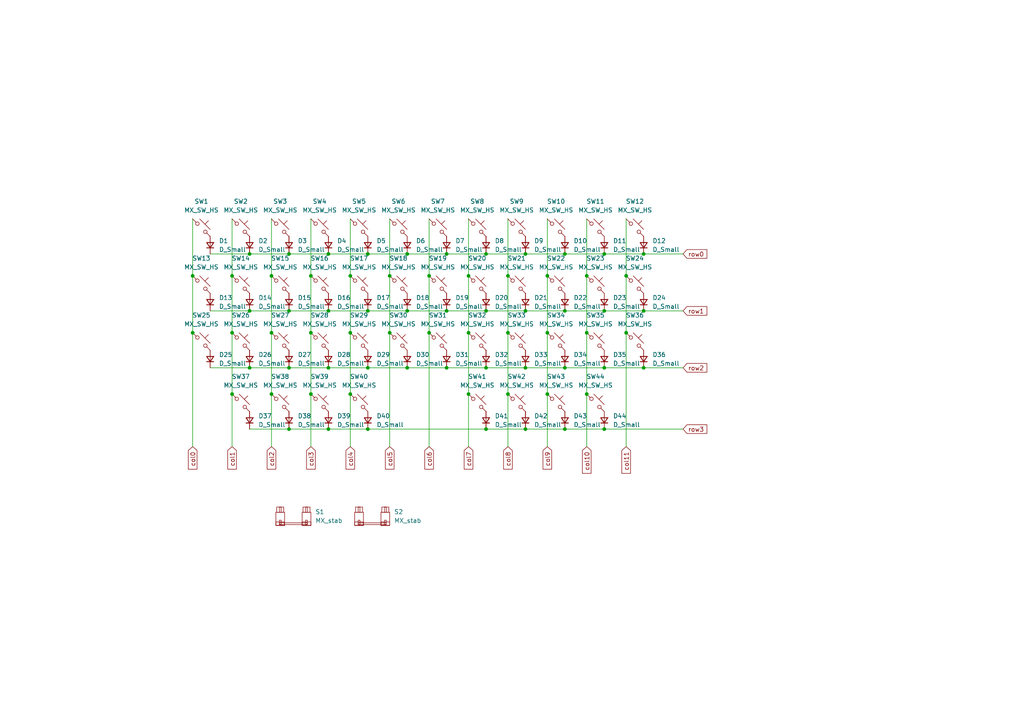
<source format=kicad_sch>
(kicad_sch (version 20231120) (generator "eeschema") (generator_version "8.0")
  (paper "A4")
  (lib_symbols
    (symbol "Device:D_Small" (pin_numbers hide) (pin_names (offset 0.254) hide)
      (property "Reference" "D" (at -1.27 2.032 0))
      (property "Value" "D_Small" (at -3.81 -2.032 0))
      (symbol "D_Small_0_1"
        (polyline (pts (xy -0.762 -1.016) (xy -0.762 1.016)) (stroke (width 0.254)))
        (polyline (pts (xy -0.762 0) (xy 0.762 0)))
        (polyline (pts (xy 0.762 -1.016) (xy -0.762 0) (xy 0.762 1.016) (xy 0.762 -1.016)) (stroke (width 0.254)))
      )
      (symbol "D_Small_1_1"
        (pin passive line (at -2.54 0 0) (length 1.778) (name "K") (number "1"))
        (pin passive line (at 2.54 0 180) (length 1.778) (name "A") (number "2"))
      )
    )
    (symbol "marbastlib-mx:MX_SW_HS_CPG151101S11" (pin_numbers hide) (pin_names (offset 1.016) hide)
      (property "Reference" "MX" (at 3.048 1.016 0))
      (property "Value" "MX_SW_HS" (at 0 -3.81 0))
      (symbol "MX_SW_HS_CPG151101S11_0_1"
        (circle (center -1.1684 1.1684) (radius 0.508))
        (polyline (pts (xy -0.508 2.54) (xy 2.54 -0.508)))
        (polyline (pts (xy 1.016 1.016) (xy 2.032 2.032)))
        (polyline (pts (xy -2.54 2.54) (xy -1.524 1.524) (xy -1.524 1.524)))
        (polyline (pts (xy 1.524 -1.524) (xy 2.54 -2.54) (xy 2.54 -2.54) (xy 2.54 -2.54)))
        (circle (center 1.143 -1.1938) (radius 0.508))
        (pin passive line (at -2.54 2.54 0) (length 0) (name "1") (number "1"))
        (pin passive line (at 2.54 -2.54 180) (length 0) (name "2") (number "2"))
      )
    )
    (symbol "marbastlib-mx:MX_stab" (pin_names (offset 1.016))
      (property "Reference" "S" (at -5.08 6.35 0))
      (property "Value" "MX_stab" (at -5.08 3.81 0))
      (symbol "MX_stab_0_1"
        (rectangle (start -5.08 -1.524) (end -2.54 -2.54))
        (rectangle (start -5.08 1.27) (end -2.54 -2.54))
        (rectangle (start -4.826 2.794) (end -2.794 1.27))
        (rectangle (start -4.064 -2.286) (end -3.556 -1.016))
        (rectangle (start -4.064 -1.778) (end 4.064 -2.286))
        (rectangle (start -4.064 1.27) (end -3.556 2.794))
        (rectangle (start 2.54 -1.524) (end 5.08 -2.54))
        (rectangle (start 2.54 1.27) (end 5.08 -2.54))
        (rectangle (start 2.794 2.794) (end 4.826 1.27))
        (rectangle (start 3.556 1.27) (end 4.064 2.794))
        (rectangle (start 4.064 -2.286) (end 3.556 -1.016))
      )
    )
  )
  (junction (at 101.6 80.01))
  (junction (at 95.25 90.17))
  (junction (at 163.83 124.46))
  (junction (at 78.74 96.52))
  (junction (at 147.32 114.3))
  (junction (at 83.82 106.68))
  (junction (at 118.11 73.66))
  (junction (at 72.39 90.17))
  (junction (at 147.32 96.52))
  (junction (at 175.26 73.66))
  (junction (at 147.32 80.01))
  (junction (at 106.68 106.68))
  (junction (at 163.83 73.66))
  (junction (at 95.25 73.66))
  (junction (at 72.39 106.68))
  (junction (at 129.54 90.17))
  (junction (at 124.46 96.52))
  (junction (at 55.88 96.52))
  (junction (at 186.69 73.66))
  (junction (at 67.31 80.01))
  (junction (at 158.75 80.01))
  (junction (at 90.17 114.3))
  (junction (at 186.69 106.68))
  (junction (at 90.17 80.01))
  (junction (at 135.89 80.01))
  (junction (at 152.4 73.66))
  (junction (at 124.46 80.01))
  (junction (at 113.03 80.01))
  (junction (at 175.26 106.68))
  (junction (at 83.82 124.46))
  (junction (at 95.25 124.46))
  (junction (at 78.74 80.01))
  (junction (at 101.6 114.3))
  (junction (at 135.89 96.52))
  (junction (at 181.61 96.52))
  (junction (at 163.83 90.17))
  (junction (at 170.18 114.3))
  (junction (at 67.31 114.3))
  (junction (at 140.97 90.17))
  (junction (at 83.82 73.66))
  (junction (at 135.89 114.3))
  (junction (at 186.69 90.17))
  (junction (at 72.39 73.66))
  (junction (at 78.74 114.3))
  (junction (at 175.26 90.17))
  (junction (at 67.31 96.52))
  (junction (at 140.97 73.66))
  (junction (at 158.75 96.52))
  (junction (at 170.18 80.01))
  (junction (at 106.68 124.46))
  (junction (at 106.68 73.66))
  (junction (at 152.4 106.68))
  (junction (at 95.25 106.68))
  (junction (at 129.54 106.68))
  (junction (at 140.97 106.68))
  (junction (at 170.18 96.52))
  (junction (at 152.4 90.17))
  (junction (at 118.11 90.17))
  (junction (at 83.82 90.17))
  (junction (at 129.54 73.66))
  (junction (at 175.26 124.46))
  (junction (at 101.6 96.52))
  (junction (at 113.03 96.52))
  (junction (at 152.4 124.46))
  (junction (at 158.75 114.3))
  (junction (at 118.11 106.68))
  (junction (at 163.83 106.68))
  (junction (at 90.17 96.52))
  (junction (at 106.68 90.17))
  (junction (at 181.61 80.01))
  (junction (at 140.97 124.46))
  (junction (at 55.88 80.01))
  (wire (pts (xy 147.32 114.3) (xy 147.32 129.54)))
  (wire (pts (xy 55.88 96.52) (xy 55.88 129.54)))
  (wire (pts (xy 55.88 80.01) (xy 55.88 96.52)))
  (wire (pts (xy 78.74 63.5) (xy 78.74 80.01)))
  (wire (pts (xy 101.6 63.5) (xy 101.6 80.01)))
  (wire (pts (xy 118.11 106.68) (xy 129.54 106.68)))
  (wire (pts (xy 170.18 80.01) (xy 170.18 96.52)))
  (wire (pts (xy 83.82 124.46) (xy 95.25 124.46)))
  (wire (pts (xy 101.6 96.52) (xy 101.6 114.3)))
  (wire (pts (xy 101.6 80.01) (xy 101.6 96.52)))
  (wire (pts (xy 60.96 106.68) (xy 72.39 106.68)))
  (wire (pts (xy 118.11 90.17) (xy 129.54 90.17)))
  (wire (pts (xy 140.97 73.66) (xy 152.4 73.66)))
  (wire (pts (xy 72.39 106.68) (xy 83.82 106.68)))
  (wire (pts (xy 106.68 124.46) (xy 140.97 124.46)))
  (wire (pts (xy 163.83 90.17) (xy 175.26 90.17)))
  (wire (pts (xy 113.03 96.52) (xy 113.03 129.54)))
  (wire (pts (xy 55.88 63.5) (xy 55.88 80.01)))
  (wire (pts (xy 170.18 63.5) (xy 170.18 80.01)))
  (wire (pts (xy 163.83 106.68) (xy 175.26 106.68)))
  (wire (pts (xy 152.4 90.17) (xy 163.83 90.17)))
  (wire (pts (xy 163.83 73.66) (xy 175.26 73.66)))
  (wire (pts (xy 140.97 124.46) (xy 152.4 124.46)))
  (wire (pts (xy 170.18 114.3) (xy 170.18 129.54)))
  (wire (pts (xy 118.11 73.66) (xy 129.54 73.66)))
  (wire (pts (xy 67.31 114.3) (xy 67.31 129.54)))
  (wire (pts (xy 95.25 124.46) (xy 106.68 124.46)))
  (wire (pts (xy 72.39 73.66) (xy 83.82 73.66)))
  (wire (pts (xy 129.54 90.17) (xy 140.97 90.17)))
  (wire (pts (xy 90.17 96.52) (xy 90.17 114.3)))
  (wire (pts (xy 152.4 73.66) (xy 163.83 73.66)))
  (wire (pts (xy 175.26 73.66) (xy 186.69 73.66)))
  (wire (pts (xy 90.17 63.5) (xy 90.17 80.01)))
  (wire (pts (xy 90.17 80.01) (xy 90.17 96.52)))
  (wire (pts (xy 78.74 96.52) (xy 78.74 114.3)))
  (wire (pts (xy 129.54 106.68) (xy 140.97 106.68)))
  (wire (pts (xy 186.69 90.17) (xy 198.12 90.17)))
  (wire (pts (xy 147.32 96.52) (xy 147.32 114.3)))
  (wire (pts (xy 135.89 80.01) (xy 135.89 96.52)))
  (wire (pts (xy 83.82 106.68) (xy 95.25 106.68)))
  (wire (pts (xy 83.82 73.66) (xy 95.25 73.66)))
  (wire (pts (xy 67.31 96.52) (xy 67.31 114.3)))
  (wire (pts (xy 175.26 90.17) (xy 186.69 90.17)))
  (wire (pts (xy 101.6 114.3) (xy 101.6 129.54)))
  (wire (pts (xy 124.46 96.52) (xy 124.46 129.54)))
  (wire (pts (xy 106.68 90.17) (xy 118.11 90.17)))
  (wire (pts (xy 186.69 106.68) (xy 198.12 106.68)))
  (wire (pts (xy 113.03 80.01) (xy 113.03 96.52)))
  (wire (pts (xy 135.89 114.3) (xy 135.89 129.54)))
  (wire (pts (xy 181.61 96.52) (xy 181.61 129.54)))
  (wire (pts (xy 181.61 80.01) (xy 181.61 96.52)))
  (wire (pts (xy 72.39 124.46) (xy 83.82 124.46)))
  (wire (pts (xy 67.31 63.5) (xy 67.31 80.01)))
  (wire (pts (xy 72.39 90.17) (xy 83.82 90.17)))
  (wire (pts (xy 147.32 63.5) (xy 147.32 80.01)))
  (wire (pts (xy 90.17 114.3) (xy 90.17 129.54)))
  (wire (pts (xy 147.32 80.01) (xy 147.32 96.52)))
  (wire (pts (xy 140.97 90.17) (xy 152.4 90.17)))
  (wire (pts (xy 158.75 63.5) (xy 158.75 80.01)))
  (wire (pts (xy 163.83 124.46) (xy 175.26 124.46)))
  (wire (pts (xy 135.89 96.52) (xy 135.89 114.3)))
  (wire (pts (xy 140.97 106.68) (xy 152.4 106.68)))
  (wire (pts (xy 129.54 73.66) (xy 140.97 73.66)))
  (wire (pts (xy 67.31 80.01) (xy 67.31 96.52)))
  (wire (pts (xy 152.4 106.68) (xy 163.83 106.68)))
  (wire (pts (xy 60.96 73.66) (xy 72.39 73.66)))
  (wire (pts (xy 113.03 63.5) (xy 113.03 80.01)))
  (wire (pts (xy 95.25 73.66) (xy 106.68 73.66)))
  (wire (pts (xy 95.25 106.68) (xy 106.68 106.68)))
  (wire (pts (xy 135.89 63.5) (xy 135.89 80.01)))
  (wire (pts (xy 181.61 63.5) (xy 181.61 80.01)))
  (wire (pts (xy 78.74 80.01) (xy 78.74 96.52)))
  (wire (pts (xy 60.96 90.17) (xy 72.39 90.17)))
  (wire (pts (xy 95.25 90.17) (xy 106.68 90.17)))
  (wire (pts (xy 152.4 124.46) (xy 163.83 124.46)))
  (wire (pts (xy 106.68 106.68) (xy 118.11 106.68)))
  (wire (pts (xy 106.68 73.66) (xy 118.11 73.66)))
  (wire (pts (xy 124.46 63.5) (xy 124.46 80.01)))
  (wire (pts (xy 158.75 114.3) (xy 158.75 129.54)))
  (wire (pts (xy 83.82 90.17) (xy 95.25 90.17)))
  (wire (pts (xy 170.18 96.52) (xy 170.18 114.3)))
  (wire (pts (xy 158.75 96.52) (xy 158.75 114.3)))
  (wire (pts (xy 186.69 73.66) (xy 198.12 73.66)))
  (wire (pts (xy 175.26 106.68) (xy 186.69 106.68)))
  (wire (pts (xy 124.46 80.01) (xy 124.46 96.52)))
  (wire (pts (xy 175.26 124.46) (xy 198.12 124.46)))
  (wire (pts (xy 78.74 114.3) (xy 78.74 129.54)))
  (wire (pts (xy 158.75 80.01) (xy 158.75 96.52)))
  (global_label "col9" (shape input) (at 158.75 129.54 270) (property "Intersheetrefs" "${INTERSHEET_REFS}" (effects (hide yes))))
  (global_label "row2" (shape input) (at 198.12 106.68 0) (property "Intersheetrefs" "${INTERSHEET_REFS}" (effects (hide yes))))
  (global_label "col2" (shape input) (at 78.74 129.54 270) (property "Intersheetrefs" "${INTERSHEET_REFS}" (effects (hide yes))))
  (global_label "col8" (shape input) (at 147.32 129.54 270) (property "Intersheetrefs" "${INTERSHEET_REFS}" (effects (hide yes))))
  (global_label "col1" (shape input) (at 67.31 129.54 270) (property "Intersheetrefs" "${INTERSHEET_REFS}" (effects (hide yes))))
  (global_label "row3" (shape input) (at 198.12 124.46 0) (property "Intersheetrefs" "${INTERSHEET_REFS}" (effects (hide yes))))
  (global_label "col6" (shape input) (at 124.46 129.54 270) (property "Intersheetrefs" "${INTERSHEET_REFS}" (effects (hide yes))))
  (global_label "row1" (shape input) (at 198.12 90.17 0) (property "Intersheetrefs" "${INTERSHEET_REFS}" (effects (hide yes))))
  (global_label "col10" (shape input) (at 170.18 129.54 270) (property "Intersheetrefs" "${INTERSHEET_REFS}" (effects (hide yes))))
  (global_label "col4" (shape input) (at 101.6 129.54 270) (property "Intersheetrefs" "${INTERSHEET_REFS}" (effects (hide yes))))
  (global_label "col11" (shape input) (at 181.61 129.54 270) (property "Intersheetrefs" "${INTERSHEET_REFS}" (effects (hide yes))))
  (global_label "col3" (shape input) (at 90.17 129.54 270) (property "Intersheetrefs" "${INTERSHEET_REFS}" (effects (hide yes))))
  (global_label "col5" (shape input) (at 113.03 129.54 270) (property "Intersheetrefs" "${INTERSHEET_REFS}" (effects (hide yes))))
  (global_label "col7" (shape input) (at 135.89 129.54 270) (property "Intersheetrefs" "${INTERSHEET_REFS}" (effects (hide yes))))
  (global_label "row0" (shape input) (at 198.12 73.66 0) (property "Intersheetrefs" "${INTERSHEET_REFS}" (effects (hide yes))))
  (global_label "col0" (shape input) (at 55.88 129.54 270) (property "Intersheetrefs" "${INTERSHEET_REFS}" (effects (hide yes))))
  (symbol (lib_id "Device:D_Small") (at 72.39 104.14 90) (unit 1)
    (property "Reference" "D26" (at 74.93 102.8699 90) (effects (justify right)))
    (property "Value" "D_Small" (at 74.93 105.4099 90) (effects (justify right)))
    (property "Footprint" "Keebio-Parts:D_SOD-323" (effects (hide yes)))
    (property "Description" "Diode, small symbol" (effects (hide yes)))
    (property "Sim.Device" "D" (effects (hide yes)))
    (property "Sim.Pins" "1=K 2=A" (effects (hide yes)))
  )
  (symbol (lib_id "marbastlib-mx:MX_SW_HS_CPG151101S11") (at 104.14 82.55 0) (unit 1)
    (property "Reference" "SW17" (at 104.14 74.93 0))
    (property "Value" "MX_SW_HS" (at 104.14 77.47 0))
    (property "Footprint" "marbastlib-mx:SW_MX_HS_CPG151101S11_1u" (effects (hide yes)))
    (property "Description" "Push button switch, normally open, two pins, 45° tilted, Kailh CPG151101S11 for Cherry MX style switches" (effects (hide yes)))
  )
  (symbol (lib_id "Device:D_Small") (at 95.25 87.63 90) (unit 1)
    (property "Reference" "D16" (at 97.79 86.3599 90) (effects (justify right)))
    (property "Value" "D_Small" (at 97.79 88.8999 90) (effects (justify right)))
    (property "Footprint" "Keebio-Parts:D_SOD-323" (effects (hide yes)))
    (property "Description" "Diode, small symbol" (effects (hide yes)))
    (property "Sim.Device" "D" (effects (hide yes)))
    (property "Sim.Pins" "1=K 2=A" (effects (hide yes)))
  )
  (symbol (lib_id "Device:D_Small") (at 129.54 104.14 90) (unit 1)
    (property "Reference" "D31" (at 132.08 102.8699 90) (effects (justify right)))
    (property "Value" "D_Small" (at 132.08 105.4099 90) (effects (justify right)))
    (property "Footprint" "Keebio-Parts:D_SOD-323" (effects (hide yes)))
    (property "Description" "Diode, small symbol" (effects (hide yes)))
    (property "Sim.Device" "D" (effects (hide yes)))
    (property "Sim.Pins" "1=K 2=A" (effects (hide yes)))
  )
  (symbol (lib_id "marbastlib-mx:MX_SW_HS_CPG151101S11") (at 69.85 99.06 0) (unit 1)
    (property "Reference" "SW26" (at 69.85 91.44 0))
    (property "Value" "MX_SW_HS" (at 69.85 93.98 0))
    (property "Footprint" "marbastlib-mx:SW_MX_HS_CPG151101S11_1u" (effects (hide yes)))
    (property "Description" "Push button switch, normally open, two pins, 45° tilted, Kailh CPG151101S11 for Cherry MX style switches" (effects (hide yes)))
  )
  (symbol (lib_id "Device:D_Small") (at 83.82 104.14 90) (unit 1)
    (property "Reference" "D27" (at 86.36 102.8699 90) (effects (justify right)))
    (property "Value" "D_Small" (at 86.36 105.4099 90) (effects (justify right)))
    (property "Footprint" "Keebio-Parts:D_SOD-323" (effects (hide yes)))
    (property "Description" "Diode, small symbol" (effects (hide yes)))
    (property "Sim.Device" "D" (effects (hide yes)))
    (property "Sim.Pins" "1=K 2=A" (effects (hide yes)))
  )
  (symbol (lib_id "marbastlib-mx:MX_SW_HS_CPG151101S11") (at 81.28 99.06 0) (unit 1)
    (property "Reference" "SW27" (at 81.28 91.44 0))
    (property "Value" "MX_SW_HS" (at 81.28 93.98 0))
    (property "Footprint" "marbastlib-mx:SW_MX_HS_CPG151101S11_1u" (effects (hide yes)))
    (property "Description" "Push button switch, normally open, two pins, 45° tilted, Kailh CPG151101S11 for Cherry MX style switches" (effects (hide yes)))
  )
  (symbol (lib_id "marbastlib-mx:MX_SW_HS_CPG151101S11") (at 115.57 66.04 0) (unit 1)
    (property "Reference" "SW6" (at 115.57 58.42 0))
    (property "Value" "MX_SW_HS" (at 115.57 60.96 0))
    (property "Footprint" "marbastlib-mx:SW_MX_HS_CPG151101S11_1u" (effects (hide yes)))
    (property "Description" "Push button switch, normally open, two pins, 45° tilted, Kailh CPG151101S11 for Cherry MX style switches" (effects (hide yes)))
  )
  (symbol (lib_id "Device:D_Small") (at 106.68 121.92 90) (unit 1)
    (property "Reference" "D40" (at 109.22 120.6499 90) (effects (justify right)))
    (property "Value" "D_Small" (at 109.22 123.1899 90) (effects (justify right)))
    (property "Footprint" "Keebio-Parts:D_SOD-323" (effects (hide yes)))
    (property "Description" "Diode, small symbol" (effects (hide yes)))
    (property "Sim.Device" "D" (effects (hide yes)))
    (property "Sim.Pins" "1=K 2=A" (effects (hide yes)))
  )
  (symbol (lib_id "marbastlib-mx:MX_SW_HS_CPG151101S11") (at 104.14 99.06 0) (unit 1)
    (property "Reference" "SW29" (at 104.14 91.44 0))
    (property "Value" "MX_SW_HS" (at 104.14 93.98 0))
    (property "Footprint" "marbastlib-mx:SW_MX_HS_CPG151101S11_1u" (effects (hide yes)))
    (property "Description" "Push button switch, normally open, two pins, 45° tilted, Kailh CPG151101S11 for Cherry MX style switches" (effects (hide yes)))
  )
  (symbol (lib_id "marbastlib-mx:MX_SW_HS_CPG151101S11") (at 104.14 66.04 0) (unit 1)
    (property "Reference" "SW5" (at 104.14 58.42 0))
    (property "Value" "MX_SW_HS" (at 104.14 60.96 0))
    (property "Footprint" "marbastlib-mx:SW_MX_HS_CPG151101S11_1u" (effects (hide yes)))
    (property "Description" "Push button switch, normally open, two pins, 45° tilted, Kailh CPG151101S11 for Cherry MX style switches" (effects (hide yes)))
  )
  (symbol (lib_id "marbastlib-mx:MX_SW_HS_CPG151101S11") (at 138.43 116.84 0) (unit 1)
    (property "Reference" "SW41" (at 138.43 109.22 0))
    (property "Value" "MX_SW_HS" (at 138.43 111.76 0))
    (property "Footprint" "marbastlib-mx:SW_MX_HS_CPG151101S11_1u" (effects (hide yes)))
    (property "Description" "Push button switch, normally open, two pins, 45° tilted, Kailh CPG151101S11 for Cherry MX style switches" (effects (hide yes)))
  )
  (symbol (lib_id "marbastlib-mx:MX_SW_HS_CPG151101S11") (at 69.85 82.55 0) (unit 1)
    (property "Reference" "SW14" (at 69.85 74.93 0))
    (property "Value" "MX_SW_HS" (at 69.85 77.47 0))
    (property "Footprint" "marbastlib-mx:SW_MX_HS_CPG151101S11_1u" (effects (hide yes)))
    (property "Description" "Push button switch, normally open, two pins, 45° tilted, Kailh CPG151101S11 for Cherry MX style switches" (effects (hide yes)))
  )
  (symbol (lib_id "Device:D_Small") (at 72.39 121.92 90) (unit 1)
    (property "Reference" "D37" (at 74.93 120.6499 90) (effects (justify right)))
    (property "Value" "D_Small" (at 74.93 123.1899 90) (effects (justify right)))
    (property "Footprint" "Keebio-Parts:D_SOD-323" (effects (hide yes)))
    (property "Description" "Diode, small symbol" (effects (hide yes)))
    (property "Sim.Device" "D" (effects (hide yes)))
    (property "Sim.Pins" "1=K 2=A" (effects (hide yes)))
  )
  (symbol (lib_id "marbastlib-mx:MX_SW_HS_CPG151101S11") (at 69.85 66.04 0) (unit 1)
    (property "Reference" "SW2" (at 69.85 58.42 0))
    (property "Value" "MX_SW_HS" (at 69.85 60.96 0))
    (property "Footprint" "marbastlib-mx:SW_MX_HS_CPG151101S11_1u" (effects (hide yes)))
    (property "Description" "Push button switch, normally open, two pins, 45° tilted, Kailh CPG151101S11 for Cherry MX style switches" (effects (hide yes)))
  )
  (symbol (lib_id "Device:D_Small") (at 60.96 104.14 90) (unit 1)
    (property "Reference" "D25" (at 63.5 102.8699 90) (effects (justify right)))
    (property "Value" "D_Small" (at 63.5 105.4099 90) (effects (justify right)))
    (property "Footprint" "Keebio-Parts:D_SOD-323" (effects (hide yes)))
    (property "Description" "Diode, small symbol" (effects (hide yes)))
    (property "Sim.Device" "D" (effects (hide yes)))
    (property "Sim.Pins" "1=K 2=A" (effects (hide yes)))
  )
  (symbol (lib_id "marbastlib-mx:MX_SW_HS_CPG151101S11") (at 69.85 116.84 0) (unit 1)
    (property "Reference" "SW37" (at 69.85 109.22 0))
    (property "Value" "MX_SW_HS" (at 69.85 111.76 0))
    (property "Footprint" "marbastlib-mx:SW_MX_HS_CPG151101S11_1u" (effects (hide yes)))
    (property "Description" "Push button switch, normally open, two pins, 45° tilted, Kailh CPG151101S11 for Cherry MX style switches" (effects (hide yes)))
  )
  (symbol (lib_id "Device:D_Small") (at 60.96 71.12 90) (unit 1)
    (property "Reference" "D1" (at 63.5 69.8499 90) (effects (justify right)))
    (property "Value" "D_Small" (at 63.5 72.3899 90) (effects (justify right)))
    (property "Footprint" "Keebio-Parts:D_SOD-323" (effects (hide yes)))
    (property "Description" "Diode, small symbol" (effects (hide yes)))
    (property "Sim.Device" "D" (effects (hide yes)))
    (property "Sim.Pins" "1=K 2=A" (effects (hide yes)))
  )
  (symbol (lib_id "marbastlib-mx:MX_SW_HS_CPG151101S11") (at 81.28 82.55 0) (unit 1)
    (property "Reference" "SW15" (at 81.28 74.93 0))
    (property "Value" "MX_SW_HS" (at 81.28 77.47 0))
    (property "Footprint" "marbastlib-mx:SW_MX_HS_CPG151101S11_1u" (effects (hide yes)))
    (property "Description" "Push button switch, normally open, two pins, 45° tilted, Kailh CPG151101S11 for Cherry MX style switches" (effects (hide yes)))
  )
  (symbol (lib_id "marbastlib-mx:MX_SW_HS_CPG151101S11") (at 161.29 66.04 0) (unit 1)
    (property "Reference" "SW10" (at 161.29 58.42 0))
    (property "Value" "MX_SW_HS" (at 161.29 60.96 0))
    (property "Footprint" "marbastlib-mx:SW_MX_HS_CPG151101S11_1u" (effects (hide yes)))
    (property "Description" "Push button switch, normally open, two pins, 45° tilted, Kailh CPG151101S11 for Cherry MX style switches" (effects (hide yes)))
  )
  (symbol (lib_id "marbastlib-mx:MX_SW_HS_CPG151101S11") (at 92.71 99.06 0) (unit 1)
    (property "Reference" "SW28" (at 92.71 91.44 0))
    (property "Value" "MX_SW_HS" (at 92.71 93.98 0))
    (property "Footprint" "marbastlib-mx:SW_MX_HS_CPG151101S11_1u" (effects (hide yes)))
    (property "Description" "Push button switch, normally open, two pins, 45° tilted, Kailh CPG151101S11 for Cherry MX style switches" (effects (hide yes)))
  )
  (symbol (lib_id "Device:D_Small") (at 129.54 71.12 90) (unit 1)
    (property "Reference" "D7" (at 132.08 69.8499 90) (effects (justify right)))
    (property "Value" "D_Small" (at 132.08 72.3899 90) (effects (justify right)))
    (property "Footprint" "Keebio-Parts:D_SOD-323" (effects (hide yes)))
    (property "Description" "Diode, small symbol" (effects (hide yes)))
    (property "Sim.Device" "D" (effects (hide yes)))
    (property "Sim.Pins" "1=K 2=A" (effects (hide yes)))
  )
  (symbol (lib_id "marbastlib-mx:MX_SW_HS_CPG151101S11") (at 172.72 66.04 0) (unit 1)
    (property "Reference" "SW11" (at 172.72 58.42 0))
    (property "Value" "MX_SW_HS" (at 172.72 60.96 0))
    (property "Footprint" "marbastlib-mx:SW_MX_HS_CPG151101S11_1u" (effects (hide yes)))
    (property "Description" "Push button switch, normally open, two pins, 45° tilted, Kailh CPG151101S11 for Cherry MX style switches" (effects (hide yes)))
  )
  (symbol (lib_id "Device:D_Small") (at 186.69 71.12 90) (unit 1)
    (property "Reference" "D12" (at 189.23 69.8499 90) (effects (justify right)))
    (property "Value" "D_Small" (at 189.23 72.3899 90) (effects (justify right)))
    (property "Footprint" "Keebio-Parts:D_SOD-323" (effects (hide yes)))
    (property "Description" "Diode, small symbol" (effects (hide yes)))
    (property "Sim.Device" "D" (effects (hide yes)))
    (property "Sim.Pins" "1=K 2=A" (effects (hide yes)))
  )
  (symbol (lib_id "Device:D_Small") (at 186.69 87.63 90) (unit 1)
    (property "Reference" "D24" (at 189.23 86.3599 90) (effects (justify right)))
    (property "Value" "D_Small" (at 189.23 88.8999 90) (effects (justify right)))
    (property "Footprint" "Keebio-Parts:D_SOD-323" (effects (hide yes)))
    (property "Description" "Diode, small symbol" (effects (hide yes)))
    (property "Sim.Device" "D" (effects (hide yes)))
    (property "Sim.Pins" "1=K 2=A" (effects (hide yes)))
  )
  (symbol (lib_id "marbastlib-mx:MX_SW_HS_CPG151101S11") (at 104.14 116.84 0) (unit 1)
    (property "Reference" "SW40" (at 104.14 109.22 0))
    (property "Value" "MX_SW_HS" (at 104.14 111.76 0))
    (property "Footprint" "marbastlib-mx:SW_MX_HS_CPG151101S11_1u" (effects (hide yes)))
    (property "Description" "Push button switch, normally open, two pins, 45° tilted, Kailh CPG151101S11 for Cherry MX style switches" (effects (hide yes)))
  )
  (symbol (lib_id "marbastlib-mx:MX_SW_HS_CPG151101S11") (at 138.43 66.04 0) (unit 1)
    (property "Reference" "SW8" (at 138.43 58.42 0))
    (property "Value" "MX_SW_HS" (at 138.43 60.96 0))
    (property "Footprint" "marbastlib-mx:SW_MX_HS_CPG151101S11_1u" (effects (hide yes)))
    (property "Description" "Push button switch, normally open, two pins, 45° tilted, Kailh CPG151101S11 for Cherry MX style switches" (effects (hide yes)))
  )
  (symbol (lib_id "marbastlib-mx:MX_SW_HS_CPG151101S11") (at 172.72 99.06 0) (unit 1)
    (property "Reference" "SW35" (at 172.72 91.44 0))
    (property "Value" "MX_SW_HS" (at 172.72 93.98 0))
    (property "Footprint" "marbastlib-mx:SW_MX_HS_CPG151101S11_1u" (effects (hide yes)))
    (property "Description" "Push button switch, normally open, two pins, 45° tilted, Kailh CPG151101S11 for Cherry MX style switches" (effects (hide yes)))
  )
  (symbol (lib_id "Device:D_Small") (at 152.4 71.12 90) (unit 1)
    (property "Reference" "D9" (at 154.94 69.8499 90) (effects (justify right)))
    (property "Value" "D_Small" (at 154.94 72.3899 90) (effects (justify right)))
    (property "Footprint" "Keebio-Parts:D_SOD-323" (effects (hide yes)))
    (property "Description" "Diode, small symbol" (effects (hide yes)))
    (property "Sim.Device" "D" (effects (hide yes)))
    (property "Sim.Pins" "1=K 2=A" (effects (hide yes)))
  )
  (symbol (lib_id "Device:D_Small") (at 106.68 71.12 90) (unit 1)
    (property "Reference" "D5" (at 109.22 69.8499 90) (effects (justify right)))
    (property "Value" "D_Small" (at 109.22 72.3899 90) (effects (justify right)))
    (property "Footprint" "Keebio-Parts:D_SOD-323" (effects (hide yes)))
    (property "Description" "Diode, small symbol" (effects (hide yes)))
    (property "Sim.Device" "D" (effects (hide yes)))
    (property "Sim.Pins" "1=K 2=A" (effects (hide yes)))
  )
  (symbol (lib_id "Device:D_Small") (at 72.39 71.12 90) (unit 1)
    (property "Reference" "D2" (at 74.93 69.8499 90) (effects (justify right)))
    (property "Value" "D_Small" (at 74.93 72.3899 90) (effects (justify right)))
    (property "Footprint" "Keebio-Parts:D_SOD-323" (effects (hide yes)))
    (property "Description" "Diode, small symbol" (effects (hide yes)))
    (property "Sim.Device" "D" (effects (hide yes)))
    (property "Sim.Pins" "1=K 2=A" (effects (hide yes)))
  )
  (symbol (lib_id "marbastlib-mx:MX_SW_HS_CPG151101S11") (at 149.86 116.84 0) (unit 1)
    (property "Reference" "SW42" (at 149.86 109.22 0))
    (property "Value" "MX_SW_HS" (at 149.86 111.76 0))
    (property "Footprint" "marbastlib-mx:SW_MX_HS_CPG151101S11_1u" (effects (hide yes)))
    (property "Description" "Push button switch, normally open, two pins, 45° tilted, Kailh CPG151101S11 for Cherry MX style switches" (effects (hide yes)))
  )
  (symbol (lib_id "Device:D_Small") (at 152.4 121.92 90) (unit 1)
    (property "Reference" "D42" (at 154.94 120.6499 90) (effects (justify right)))
    (property "Value" "D_Small" (at 154.94 123.1899 90) (effects (justify right)))
    (property "Footprint" "Keebio-Parts:D_SOD-323" (effects (hide yes)))
    (property "Description" "Diode, small symbol" (effects (hide yes)))
    (property "Sim.Device" "D" (effects (hide yes)))
    (property "Sim.Pins" "1=K 2=A" (effects (hide yes)))
  )
  (symbol (lib_id "marbastlib-mx:MX_SW_HS_CPG151101S11") (at 172.72 116.84 0) (unit 1)
    (property "Reference" "SW44" (at 172.72 109.22 0))
    (property "Value" "MX_SW_HS" (at 172.72 111.76 0))
    (property "Footprint" "marbastlib-mx:SW_MX_HS_CPG151101S11_1u" (effects (hide yes)))
    (property "Description" "Push button switch, normally open, two pins, 45° tilted, Kailh CPG151101S11 for Cherry MX style switches" (effects (hide yes)))
  )
  (symbol (lib_id "marbastlib-mx:MX_SW_HS_CPG151101S11") (at 127 99.06 0) (unit 1)
    (property "Reference" "SW31" (at 127 91.44 0))
    (property "Value" "MX_SW_HS" (at 127 93.98 0))
    (property "Footprint" "marbastlib-mx:SW_MX_HS_CPG151101S11_1u" (effects (hide yes)))
    (property "Description" "Push button switch, normally open, two pins, 45° tilted, Kailh CPG151101S11 for Cherry MX style switches" (effects (hide yes)))
  )
  (symbol (lib_id "marbastlib-mx:MX_SW_HS_CPG151101S11") (at 149.86 82.55 0) (unit 1)
    (property "Reference" "SW21" (at 149.86 74.93 0))
    (property "Value" "MX_SW_HS" (at 149.86 77.47 0))
    (property "Footprint" "marbastlib-mx:SW_MX_HS_CPG151101S11_1u" (effects (hide yes)))
    (property "Description" "Push button switch, normally open, two pins, 45° tilted, Kailh CPG151101S11 for Cherry MX style switches" (effects (hide yes)))
  )
  (symbol (lib_id "marbastlib-mx:MX_SW_HS_CPG151101S11") (at 115.57 82.55 0) (unit 1)
    (property "Reference" "SW18" (at 115.57 74.93 0))
    (property "Value" "MX_SW_HS" (at 115.57 77.47 0))
    (property "Footprint" "marbastlib-mx:SW_MX_HS_CPG151101S11_1u" (effects (hide yes)))
    (property "Description" "Push button switch, normally open, two pins, 45° tilted, Kailh CPG151101S11 for Cherry MX style switches" (effects (hide yes)))
  )
  (symbol (lib_id "marbastlib-mx:MX_SW_HS_CPG151101S11") (at 172.72 82.55 0) (unit 1)
    (property "Reference" "SW23" (at 172.72 74.93 0))
    (property "Value" "MX_SW_HS" (at 172.72 77.47 0))
    (property "Footprint" "marbastlib-mx:SW_MX_HS_CPG151101S11_1u" (effects (hide yes)))
    (property "Description" "Push button switch, normally open, two pins, 45° tilted, Kailh CPG151101S11 for Cherry MX style switches" (effects (hide yes)))
  )
  (symbol (lib_id "Device:D_Small") (at 152.4 104.14 90) (unit 1)
    (property "Reference" "D33" (at 154.94 102.8699 90) (effects (justify right)))
    (property "Value" "D_Small" (at 154.94 105.4099 90) (effects (justify right)))
    (property "Footprint" "Keebio-Parts:D_SOD-323" (effects (hide yes)))
    (property "Description" "Diode, small symbol" (effects (hide yes)))
    (property "Sim.Device" "D" (effects (hide yes)))
    (property "Sim.Pins" "1=K 2=A" (effects (hide yes)))
  )
  (symbol (lib_id "marbastlib-mx:MX_SW_HS_CPG151101S11") (at 127 82.55 0) (unit 1)
    (property "Reference" "SW19" (at 127 74.93 0))
    (property "Value" "MX_SW_HS" (at 127 77.47 0))
    (property "Footprint" "marbastlib-mx:SW_MX_HS_CPG151101S11_1u" (effects (hide yes)))
    (property "Description" "Push button switch, normally open, two pins, 45° tilted, Kailh CPG151101S11 for Cherry MX style switches" (effects (hide yes)))
  )
  (symbol (lib_id "marbastlib-mx:MX_SW_HS_CPG151101S11") (at 161.29 82.55 0) (unit 1)
    (property "Reference" "SW22" (at 161.29 74.93 0))
    (property "Value" "MX_SW_HS" (at 161.29 77.47 0))
    (property "Footprint" "marbastlib-mx:SW_MX_HS_CPG151101S11_1u" (effects (hide yes)))
    (property "Description" "Push button switch, normally open, two pins, 45° tilted, Kailh CPG151101S11 for Cherry MX style switches" (effects (hide yes)))
  )
  (symbol (lib_id "marbastlib-mx:MX_SW_HS_CPG151101S11") (at 58.42 66.04 0) (unit 1)
    (property "Reference" "SW1" (at 58.42 58.42 0))
    (property "Value" "MX_SW_HS" (at 58.42 60.96 0))
    (property "Footprint" "marbastlib-mx:SW_MX_HS_CPG151101S11_1u" (effects (hide yes)))
    (property "Description" "Push button switch, normally open, two pins, 45° tilted, Kailh CPG151101S11 for Cherry MX style switches" (effects (hide yes)))
  )
  (symbol (lib_id "marbastlib-mx:MX_SW_HS_CPG151101S11") (at 81.28 116.84 0) (unit 1)
    (property "Reference" "SW38" (at 81.28 109.22 0))
    (property "Value" "MX_SW_HS" (at 81.28 111.76 0))
    (property "Footprint" "marbastlib-mx:SW_MX_HS_CPG151101S11_1u" (effects (hide yes)))
    (property "Description" "Push button switch, normally open, two pins, 45° tilted, Kailh CPG151101S11 for Cherry MX style switches" (effects (hide yes)))
  )
  (symbol (lib_id "Device:D_Small") (at 152.4 87.63 90) (unit 1)
    (property "Reference" "D21" (at 154.94 86.3599 90) (effects (justify right)))
    (property "Value" "D_Small" (at 154.94 88.8999 90) (effects (justify right)))
    (property "Footprint" "Keebio-Parts:D_SOD-323" (effects (hide yes)))
    (property "Description" "Diode, small symbol" (effects (hide yes)))
    (property "Sim.Device" "D" (effects (hide yes)))
    (property "Sim.Pins" "1=K 2=A" (effects (hide yes)))
  )
  (symbol (lib_id "marbastlib-mx:MX_SW_HS_CPG151101S11") (at 138.43 82.55 0) (unit 1)
    (property "Reference" "SW20" (at 138.43 74.93 0))
    (property "Value" "MX_SW_HS" (at 138.43 77.47 0))
    (property "Footprint" "marbastlib-mx:SW_MX_HS_CPG151101S11_1u" (effects (hide yes)))
    (property "Description" "Push button switch, normally open, two pins, 45° tilted, Kailh CPG151101S11 for Cherry MX style switches" (effects (hide yes)))
  )
  (symbol (lib_id "Device:D_Small") (at 106.68 104.14 90) (unit 1)
    (property "Reference" "D29" (at 109.22 102.8699 90) (effects (justify right)))
    (property "Value" "D_Small" (at 109.22 105.4099 90) (effects (justify right)))
    (property "Footprint" "Keebio-Parts:D_SOD-323" (effects (hide yes)))
    (property "Description" "Diode, small symbol" (effects (hide yes)))
    (property "Sim.Device" "D" (effects (hide yes)))
    (property "Sim.Pins" "1=K 2=A" (effects (hide yes)))
  )
  (symbol (lib_id "Device:D_Small") (at 186.69 104.14 90) (unit 1)
    (property "Reference" "D36" (at 189.23 102.8699 90) (effects (justify right)))
    (property "Value" "D_Small" (at 189.23 105.4099 90) (effects (justify right)))
    (property "Footprint" "Keebio-Parts:D_SOD-323" (effects (hide yes)))
    (property "Description" "Diode, small symbol" (effects (hide yes)))
    (property "Sim.Device" "D" (effects (hide yes)))
    (property "Sim.Pins" "1=K 2=A" (effects (hide yes)))
  )
  (symbol (lib_id "marbastlib-mx:MX_SW_HS_CPG151101S11") (at 58.42 99.06 0) (unit 1)
    (property "Reference" "SW25" (at 58.42 91.44 0))
    (property "Value" "MX_SW_HS" (at 58.42 93.98 0))
    (property "Footprint" "marbastlib-mx:SW_MX_HS_CPG151101S11_1u" (effects (hide yes)))
    (property "Description" "Push button switch, normally open, two pins, 45° tilted, Kailh CPG151101S11 for Cherry MX style switches" (effects (hide yes)))
  )
  (symbol (lib_id "Device:D_Small") (at 163.83 104.14 90) (unit 1)
    (property "Reference" "D34" (at 166.37 102.8699 90) (effects (justify right)))
    (property "Value" "D_Small" (at 166.37 105.4099 90) (effects (justify right)))
    (property "Footprint" "Keebio-Parts:D_SOD-323" (effects (hide yes)))
    (property "Description" "Diode, small symbol" (effects (hide yes)))
    (property "Sim.Device" "D" (effects (hide yes)))
    (property "Sim.Pins" "1=K 2=A" (effects (hide yes)))
  )
  (symbol (lib_id "Device:D_Small") (at 95.25 121.92 90) (unit 1)
    (property "Reference" "D39" (at 97.79 120.6499 90) (effects (justify right)))
    (property "Value" "D_Small" (at 97.79 123.1899 90) (effects (justify right)))
    (property "Footprint" "Keebio-Parts:D_SOD-323" (effects (hide yes)))
    (property "Description" "Diode, small symbol" (effects (hide yes)))
    (property "Sim.Device" "D" (effects (hide yes)))
    (property "Sim.Pins" "1=K 2=A" (effects (hide yes)))
  )
  (symbol (lib_id "Device:D_Small") (at 140.97 104.14 90) (unit 1)
    (property "Reference" "D32" (at 143.51 102.8699 90) (effects (justify right)))
    (property "Value" "D_Small" (at 143.51 105.4099 90) (effects (justify right)))
    (property "Footprint" "Keebio-Parts:D_SOD-323" (effects (hide yes)))
    (property "Description" "Diode, small symbol" (effects (hide yes)))
    (property "Sim.Device" "D" (effects (hide yes)))
    (property "Sim.Pins" "1=K 2=A" (effects (hide yes)))
  )
  (symbol (lib_id "marbastlib-mx:MX_SW_HS_CPG151101S11") (at 92.71 66.04 0) (unit 1)
    (property "Reference" "SW4" (at 92.71 58.42 0))
    (property "Value" "MX_SW_HS" (at 92.71 60.96 0))
    (property "Footprint" "marbastlib-mx:SW_MX_HS_CPG151101S11_1u" (effects (hide yes)))
    (property "Description" "Push button switch, normally open, two pins, 45° tilted, Kailh CPG151101S11 for Cherry MX style switches" (effects (hide yes)))
  )
  (symbol (lib_id "Device:D_Small") (at 118.11 71.12 90) (unit 1)
    (property "Reference" "D6" (at 120.65 69.8499 90) (effects (justify right)))
    (property "Value" "D_Small" (at 120.65 72.3899 90) (effects (justify right)))
    (property "Footprint" "Keebio-Parts:D_SOD-323" (effects (hide yes)))
    (property "Description" "Diode, small symbol" (effects (hide yes)))
    (property "Sim.Device" "D" (effects (hide yes)))
    (property "Sim.Pins" "1=K 2=A" (effects (hide yes)))
  )
  (symbol (lib_id "Device:D_Small") (at 72.39 87.63 90) (unit 1)
    (property "Reference" "D14" (at 74.93 86.3599 90) (effects (justify right)))
    (property "Value" "D_Small" (at 74.93 88.8999 90) (effects (justify right)))
    (property "Footprint" "Keebio-Parts:D_SOD-323" (effects (hide yes)))
    (property "Description" "Diode, small symbol" (effects (hide yes)))
    (property "Sim.Device" "D" (effects (hide yes)))
    (property "Sim.Pins" "1=K 2=A" (effects (hide yes)))
  )
  (symbol (lib_id "Device:D_Small") (at 140.97 87.63 90) (unit 1)
    (property "Reference" "D20" (at 143.51 86.3599 90) (effects (justify right)))
    (property "Value" "D_Small" (at 143.51 88.8999 90) (effects (justify right)))
    (property "Footprint" "Keebio-Parts:D_SOD-323" (effects (hide yes)))
    (property "Description" "Diode, small symbol" (effects (hide yes)))
    (property "Sim.Device" "D" (effects (hide yes)))
    (property "Sim.Pins" "1=K 2=A" (effects (hide yes)))
  )
  (symbol (lib_id "marbastlib-mx:MX_stab") (at 107.95 149.86 0) (unit 1)
    (property "Reference" "S2" (at 114.3 148.4629 0) (effects (justify left)))
    (property "Value" "MX_stab" (at 114.3 151.0029 0) (effects (justify left)))
    (property "Footprint" "marbastlib-mx:STAB_MX_2u" (effects (hide yes)))
    (property "Description" "Cherry MX-style stabilizer" (effects (hide yes)))
  )
  (symbol (lib_id "Device:D_Small") (at 140.97 121.92 90) (unit 1)
    (property "Reference" "D41" (at 143.51 120.6499 90) (effects (justify right)))
    (property "Value" "D_Small" (at 143.51 123.1899 90) (effects (justify right)))
    (property "Footprint" "Keebio-Parts:D_SOD-323" (effects (hide yes)))
    (property "Description" "Diode, small symbol" (effects (hide yes)))
    (property "Sim.Device" "D" (effects (hide yes)))
    (property "Sim.Pins" "1=K 2=A" (effects (hide yes)))
  )
  (symbol (lib_id "marbastlib-mx:MX_SW_HS_CPG151101S11") (at 184.15 99.06 0) (unit 1)
    (property "Reference" "SW36" (at 184.15 91.44 0))
    (property "Value" "MX_SW_HS" (at 184.15 93.98 0))
    (property "Footprint" "marbastlib-mx:SW_MX_HS_CPG151101S11_1u" (effects (hide yes)))
    (property "Description" "Push button switch, normally open, two pins, 45° tilted, Kailh CPG151101S11 for Cherry MX style switches" (effects (hide yes)))
  )
  (symbol (lib_id "marbastlib-mx:MX_SW_HS_CPG151101S11") (at 115.57 99.06 0) (unit 1)
    (property "Reference" "SW30" (at 115.57 91.44 0))
    (property "Value" "MX_SW_HS" (at 115.57 93.98 0))
    (property "Footprint" "marbastlib-mx:SW_MX_HS_CPG151101S11_1u" (effects (hide yes)))
    (property "Description" "Push button switch, normally open, two pins, 45° tilted, Kailh CPG151101S11 for Cherry MX style switches" (effects (hide yes)))
  )
  (symbol (lib_id "Device:D_Small") (at 60.96 87.63 90) (unit 1)
    (property "Reference" "D13" (at 63.5 86.3599 90) (effects (justify right)))
    (property "Value" "D_Small" (at 63.5 88.8999 90) (effects (justify right)))
    (property "Footprint" "Keebio-Parts:D_SOD-323" (effects (hide yes)))
    (property "Description" "Diode, small symbol" (effects (hide yes)))
    (property "Sim.Device" "D" (effects (hide yes)))
    (property "Sim.Pins" "1=K 2=A" (effects (hide yes)))
  )
  (symbol (lib_id "marbastlib-mx:MX_SW_HS_CPG151101S11") (at 161.29 99.06 0) (unit 1)
    (property "Reference" "SW34" (at 161.29 91.44 0))
    (property "Value" "MX_SW_HS" (at 161.29 93.98 0))
    (property "Footprint" "marbastlib-mx:SW_MX_HS_CPG151101S11_1u" (effects (hide yes)))
    (property "Description" "Push button switch, normally open, two pins, 45° tilted, Kailh CPG151101S11 for Cherry MX style switches" (effects (hide yes)))
  )
  (symbol (lib_id "Device:D_Small") (at 83.82 71.12 90) (unit 1)
    (property "Reference" "D3" (at 86.36 69.8499 90) (effects (justify right)))
    (property "Value" "D_Small" (at 86.36 72.3899 90) (effects (justify right)))
    (property "Footprint" "Keebio-Parts:D_SOD-323" (effects (hide yes)))
    (property "Description" "Diode, small symbol" (effects (hide yes)))
    (property "Sim.Device" "D" (effects (hide yes)))
    (property "Sim.Pins" "1=K 2=A" (effects (hide yes)))
  )
  (symbol (lib_id "Device:D_Small") (at 163.83 121.92 90) (unit 1)
    (property "Reference" "D43" (at 166.37 120.6499 90) (effects (justify right)))
    (property "Value" "D_Small" (at 166.37 123.1899 90) (effects (justify right)))
    (property "Footprint" "Keebio-Parts:D_SOD-323" (effects (hide yes)))
    (property "Description" "Diode, small symbol" (effects (hide yes)))
    (property "Sim.Device" "D" (effects (hide yes)))
    (property "Sim.Pins" "1=K 2=A" (effects (hide yes)))
  )
  (symbol (lib_id "marbastlib-mx:MX_SW_HS_CPG151101S11") (at 127 66.04 0) (unit 1)
    (property "Reference" "SW7" (at 127 58.42 0))
    (property "Value" "MX_SW_HS" (at 127 60.96 0))
    (property "Footprint" "marbastlib-mx:SW_MX_HS_CPG151101S11_1u" (effects (hide yes)))
    (property "Description" "Push button switch, normally open, two pins, 45° tilted, Kailh CPG151101S11 for Cherry MX style switches" (effects (hide yes)))
  )
  (symbol (lib_id "Device:D_Small") (at 95.25 71.12 90) (unit 1)
    (property "Reference" "D4" (at 97.79 69.8499 90) (effects (justify right)))
    (property "Value" "D_Small" (at 97.79 72.3899 90) (effects (justify right)))
    (property "Footprint" "Keebio-Parts:D_SOD-323" (effects (hide yes)))
    (property "Description" "Diode, small symbol" (effects (hide yes)))
    (property "Sim.Device" "D" (effects (hide yes)))
    (property "Sim.Pins" "1=K 2=A" (effects (hide yes)))
  )
  (symbol (lib_id "marbastlib-mx:MX_SW_HS_CPG151101S11") (at 149.86 66.04 0) (unit 1)
    (property "Reference" "SW9" (at 149.86 58.42 0))
    (property "Value" "MX_SW_HS" (at 149.86 60.96 0))
    (property "Footprint" "marbastlib-mx:SW_MX_HS_CPG151101S11_1u" (effects (hide yes)))
    (property "Description" "Push button switch, normally open, two pins, 45° tilted, Kailh CPG151101S11 for Cherry MX style switches" (effects (hide yes)))
  )
  (symbol (lib_id "marbastlib-mx:MX_SW_HS_CPG151101S11") (at 81.28 66.04 0) (unit 1)
    (property "Reference" "SW3" (at 81.28 58.42 0))
    (property "Value" "MX_SW_HS" (at 81.28 60.96 0))
    (property "Footprint" "marbastlib-mx:SW_MX_HS_CPG151101S11_1u" (effects (hide yes)))
    (property "Description" "Push button switch, normally open, two pins, 45° tilted, Kailh CPG151101S11 for Cherry MX style switches" (effects (hide yes)))
  )
  (symbol (lib_id "Device:D_Small") (at 163.83 71.12 90) (unit 1)
    (property "Reference" "D10" (at 166.37 69.8499 90) (effects (justify right)))
    (property "Value" "D_Small" (at 166.37 72.3899 90) (effects (justify right)))
    (property "Footprint" "Keebio-Parts:D_SOD-323" (effects (hide yes)))
    (property "Description" "Diode, small symbol" (effects (hide yes)))
    (property "Sim.Device" "D" (effects (hide yes)))
    (property "Sim.Pins" "1=K 2=A" (effects (hide yes)))
  )
  (symbol (lib_id "Device:D_Small") (at 140.97 71.12 90) (unit 1)
    (property "Reference" "D8" (at 143.51 69.8499 90) (effects (justify right)))
    (property "Value" "D_Small" (at 143.51 72.3899 90) (effects (justify right)))
    (property "Footprint" "Keebio-Parts:D_SOD-323" (effects (hide yes)))
    (property "Description" "Diode, small symbol" (effects (hide yes)))
    (property "Sim.Device" "D" (effects (hide yes)))
    (property "Sim.Pins" "1=K 2=A" (effects (hide yes)))
  )
  (symbol (lib_id "marbastlib-mx:MX_SW_HS_CPG151101S11") (at 92.71 82.55 0) (unit 1)
    (property "Reference" "SW16" (at 92.71 74.93 0))
    (property "Value" "MX_SW_HS" (at 92.71 77.47 0))
    (property "Footprint" "marbastlib-mx:SW_MX_HS_CPG151101S11_1u" (effects (hide yes)))
    (property "Description" "Push button switch, normally open, two pins, 45° tilted, Kailh CPG151101S11 for Cherry MX style switches" (effects (hide yes)))
  )
  (symbol (lib_id "marbastlib-mx:MX_SW_HS_CPG151101S11") (at 184.15 82.55 0) (unit 1)
    (property "Reference" "SW24" (at 184.15 74.93 0))
    (property "Value" "MX_SW_HS" (at 184.15 77.47 0))
    (property "Footprint" "marbastlib-mx:SW_MX_HS_CPG151101S11_1u" (effects (hide yes)))
    (property "Description" "Push button switch, normally open, two pins, 45° tilted, Kailh CPG151101S11 for Cherry MX style switches" (effects (hide yes)))
  )
  (symbol (lib_id "Device:D_Small") (at 118.11 104.14 90) (unit 1)
    (property "Reference" "D30" (at 120.65 102.8699 90) (effects (justify right)))
    (property "Value" "D_Small" (at 120.65 105.4099 90) (effects (justify right)))
    (property "Footprint" "Keebio-Parts:D_SOD-323" (effects (hide yes)))
    (property "Description" "Diode, small symbol" (effects (hide yes)))
    (property "Sim.Device" "D" (effects (hide yes)))
    (property "Sim.Pins" "1=K 2=A" (effects (hide yes)))
  )
  (symbol (lib_id "Device:D_Small") (at 83.82 121.92 90) (unit 1)
    (property "Reference" "D38" (at 86.36 120.6499 90) (effects (justify right)))
    (property "Value" "D_Small" (at 86.36 123.1899 90) (effects (justify right)))
    (property "Footprint" "Keebio-Parts:D_SOD-323" (effects (hide yes)))
    (property "Description" "Diode, small symbol" (effects (hide yes)))
    (property "Sim.Device" "D" (effects (hide yes)))
    (property "Sim.Pins" "1=K 2=A" (effects (hide yes)))
  )
  (symbol (lib_id "marbastlib-mx:MX_SW_HS_CPG151101S11") (at 184.15 66.04 0) (unit 1)
    (property "Reference" "SW12" (at 184.15 58.42 0))
    (property "Value" "MX_SW_HS" (at 184.15 60.96 0))
    (property "Footprint" "marbastlib-mx:SW_MX_HS_CPG151101S11_1u" (effects (hide yes)))
    (property "Description" "Push button switch, normally open, two pins, 45° tilted, Kailh CPG151101S11 for Cherry MX style switches" (effects (hide yes)))
  )
  (symbol (lib_id "marbastlib-mx:MX_stab") (at 85.09 149.86 0) (unit 1)
    (property "Reference" "S1" (at 91.44 148.4629 0) (effects (justify left)))
    (property "Value" "MX_stab" (at 91.44 151.0029 0) (effects (justify left)))
    (property "Footprint" "marbastlib-mx:STAB_MX_2u" (effects (hide yes)))
    (property "Description" "Cherry MX-style stabilizer" (effects (hide yes)))
  )
  (symbol (lib_id "marbastlib-mx:MX_SW_HS_CPG151101S11") (at 149.86 99.06 0) (unit 1)
    (property "Reference" "SW33" (at 149.86 91.44 0))
    (property "Value" "MX_SW_HS" (at 149.86 93.98 0))
    (property "Footprint" "marbastlib-mx:SW_MX_HS_CPG151101S11_1u" (effects (hide yes)))
    (property "Description" "Push button switch, normally open, two pins, 45° tilted, Kailh CPG151101S11 for Cherry MX style switches" (effects (hide yes)))
  )
  (symbol (lib_id "marbastlib-mx:MX_SW_HS_CPG151101S11") (at 161.29 116.84 0) (unit 1)
    (property "Reference" "SW43" (at 161.29 109.22 0))
    (property "Value" "MX_SW_HS" (at 161.29 111.76 0))
    (property "Footprint" "marbastlib-mx:SW_MX_HS_CPG151101S11_1u" (effects (hide yes)))
    (property "Description" "Push button switch, normally open, two pins, 45° tilted, Kailh CPG151101S11 for Cherry MX style switches" (effects (hide yes)))
  )
  (symbol (lib_id "Device:D_Small") (at 129.54 87.63 90) (unit 1)
    (property "Reference" "D19" (at 132.08 86.3599 90) (effects (justify right)))
    (property "Value" "D_Small" (at 132.08 88.8999 90) (effects (justify right)))
    (property "Footprint" "Keebio-Parts:D_SOD-323" (effects (hide yes)))
    (property "Description" "Diode, small symbol" (effects (hide yes)))
    (property "Sim.Device" "D" (effects (hide yes)))
    (property "Sim.Pins" "1=K 2=A" (effects (hide yes)))
  )
  (symbol (lib_id "Device:D_Small") (at 175.26 121.92 90) (unit 1)
    (property "Reference" "D44" (at 177.8 120.6499 90) (effects (justify right)))
    (property "Value" "D_Small" (at 177.8 123.1899 90) (effects (justify right)))
    (property "Footprint" "Keebio-Parts:D_SOD-323" (effects (hide yes)))
    (property "Description" "Diode, small symbol" (effects (hide yes)))
    (property "Sim.Device" "D" (effects (hide yes)))
    (property "Sim.Pins" "1=K 2=A" (effects (hide yes)))
  )
  (symbol (lib_id "Device:D_Small") (at 95.25 104.14 90) (unit 1)
    (property "Reference" "D28" (at 97.79 102.8699 90) (effects (justify right)))
    (property "Value" "D_Small" (at 97.79 105.4099 90) (effects (justify right)))
    (property "Footprint" "Keebio-Parts:D_SOD-323" (effects (hide yes)))
    (property "Description" "Diode, small symbol" (effects (hide yes)))
    (property "Sim.Device" "D" (effects (hide yes)))
    (property "Sim.Pins" "1=K 2=A" (effects (hide yes)))
  )
  (symbol (lib_id "marbastlib-mx:MX_SW_HS_CPG151101S11") (at 138.43 99.06 0) (unit 1)
    (property "Reference" "SW32" (at 138.43 91.44 0))
    (property "Value" "MX_SW_HS" (at 138.43 93.98 0))
    (property "Footprint" "marbastlib-mx:SW_MX_HS_CPG151101S11_1u" (effects (hide yes)))
    (property "Description" "Push button switch, normally open, two pins, 45° tilted, Kailh CPG151101S11 for Cherry MX style switches" (effects (hide yes)))
  )
  (symbol (lib_id "Device:D_Small") (at 163.83 87.63 90) (unit 1)
    (property "Reference" "D22" (at 166.37 86.3599 90) (effects (justify right)))
    (property "Value" "D_Small" (at 166.37 88.8999 90) (effects (justify right)))
    (property "Footprint" "Keebio-Parts:D_SOD-323" (effects (hide yes)))
    (property "Description" "Diode, small symbol" (effects (hide yes)))
    (property "Sim.Device" "D" (effects (hide yes)))
    (property "Sim.Pins" "1=K 2=A" (effects (hide yes)))
  )
  (symbol (lib_id "marbastlib-mx:MX_SW_HS_CPG151101S11") (at 92.71 116.84 0) (unit 1)
    (property "Reference" "SW39" (at 92.71 109.22 0))
    (property "Value" "MX_SW_HS" (at 92.71 111.76 0))
    (property "Footprint" "marbastlib-mx:SW_MX_HS_CPG151101S11_1u" (effects (hide yes)))
    (property "Description" "Push button switch, normally open, two pins, 45° tilted, Kailh CPG151101S11 for Cherry MX style switches" (effects (hide yes)))
  )
  (symbol (lib_id "Device:D_Small") (at 83.82 87.63 90) (unit 1)
    (property "Reference" "D15" (at 86.36 86.3599 90) (effects (justify right)))
    (property "Value" "D_Small" (at 86.36 88.8999 90) (effects (justify right)))
    (property "Footprint" "Keebio-Parts:D_SOD-323" (effects (hide yes)))
    (property "Description" "Diode, small symbol" (effects (hide yes)))
    (property "Sim.Device" "D" (effects (hide yes)))
    (property "Sim.Pins" "1=K 2=A" (effects (hide yes)))
  )
  (symbol (lib_id "Device:D_Small") (at 175.26 87.63 90) (unit 1)
    (property "Reference" "D23" (at 177.8 86.3599 90) (effects (justify right)))
    (property "Value" "D_Small" (at 177.8 88.8999 90) (effects (justify right)))
    (property "Footprint" "Keebio-Parts:D_SOD-323" (effects (hide yes)))
    (property "Description" "Diode, small symbol" (effects (hide yes)))
    (property "Sim.Device" "D" (effects (hide yes)))
    (property "Sim.Pins" "1=K 2=A" (effects (hide yes)))
  )
  (symbol (lib_id "Device:D_Small") (at 175.26 71.12 90) (unit 1)
    (property "Reference" "D11" (at 177.8 69.8499 90) (effects (justify right)))
    (property "Value" "D_Small" (at 177.8 72.3899 90) (effects (justify right)))
    (property "Footprint" "Keebio-Parts:D_SOD-323" (effects (hide yes)))
    (property "Description" "Diode, small symbol" (effects (hide yes)))
    (property "Sim.Device" "D" (effects (hide yes)))
    (property "Sim.Pins" "1=K 2=A" (effects (hide yes)))
  )
  (symbol (lib_id "marbastlib-mx:MX_SW_HS_CPG151101S11") (at 58.42 82.55 0) (unit 1)
    (property "Reference" "SW13" (at 58.42 74.93 0))
    (property "Value" "MX_SW_HS" (at 58.42 77.47 0))
    (property "Footprint" "marbastlib-mx:SW_MX_HS_CPG151101S11_1u" (effects (hide yes)))
    (property "Description" "Push button switch, normally open, two pins, 45° tilted, Kailh CPG151101S11 for Cherry MX style switches" (effects (hide yes)))
  )
  (symbol (lib_id "Device:D_Small") (at 118.11 87.63 90) (unit 1)
    (property "Reference" "D18" (at 120.65 86.3599 90) (effects (justify right)))
    (property "Value" "D_Small" (at 120.65 88.8999 90) (effects (justify right)))
    (property "Footprint" "Keebio-Parts:D_SOD-323" (effects (hide yes)))
    (property "Description" "Diode, small symbol" (effects (hide yes)))
    (property "Sim.Device" "D" (effects (hide yes)))
    (property "Sim.Pins" "1=K 2=A" (effects (hide yes)))
  )
  (symbol (lib_id "Device:D_Small") (at 106.68 87.63 90) (unit 1)
    (property "Reference" "D17" (at 109.22 86.3599 90) (effects (justify right)))
    (property "Value" "D_Small" (at 109.22 88.8999 90) (effects (justify right)))
    (property "Footprint" "Keebio-Parts:D_SOD-323" (effects (hide yes)))
    (property "Description" "Diode, small symbol" (effects (hide yes)))
    (property "Sim.Device" "D" (effects (hide yes)))
    (property "Sim.Pins" "1=K 2=A" (effects (hide yes)))
  )
  (symbol (lib_id "Device:D_Small") (at 175.26 104.14 90) (unit 1)
    (property "Reference" "D35" (at 177.8 102.8699 90) (effects (justify right)))
    (property "Value" "D_Small" (at 177.8 105.4099 90) (effects (justify right)))
    (property "Footprint" "Keebio-Parts:D_SOD-323" (effects (hide yes)))
    (property "Description" "Diode, small symbol" (effects (hide yes)))
    (property "Sim.Device" "D" (effects (hide yes)))
    (property "Sim.Pins" "1=K 2=A" (effects (hide yes)))
  )
)
</source>
